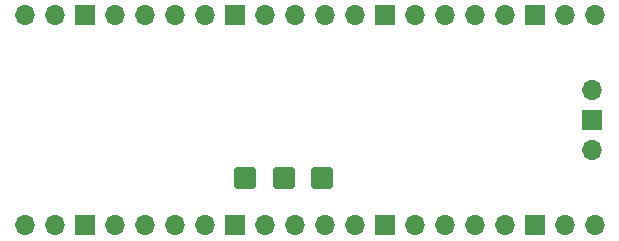
<source format=gbr>
%TF.GenerationSoftware,KiCad,Pcbnew,(6.0.11-0)*%
%TF.CreationDate,2023-02-12T12:48:10-05:00*%
%TF.ProjectId,EyeSPI-PiCowbell,45796553-5049-42d5-9069-436f7762656c,2.0.0*%
%TF.SameCoordinates,Original*%
%TF.FileFunction,Soldermask,Bot*%
%TF.FilePolarity,Negative*%
%FSLAX46Y46*%
G04 Gerber Fmt 4.6, Leading zero omitted, Abs format (unit mm)*
G04 Created by KiCad (PCBNEW (6.0.11-0)) date 2023-02-12 12:48:10*
%MOMM*%
%LPD*%
G01*
G04 APERTURE LIST*
G04 Aperture macros list*
%AMRoundRect*
0 Rectangle with rounded corners*
0 $1 Rounding radius*
0 $2 $3 $4 $5 $6 $7 $8 $9 X,Y pos of 4 corners*
0 Add a 4 corners polygon primitive as box body*
4,1,4,$2,$3,$4,$5,$6,$7,$8,$9,$2,$3,0*
0 Add four circle primitives for the rounded corners*
1,1,$1+$1,$2,$3*
1,1,$1+$1,$4,$5*
1,1,$1+$1,$6,$7*
1,1,$1+$1,$8,$9*
0 Add four rect primitives between the rounded corners*
20,1,$1+$1,$2,$3,$4,$5,0*
20,1,$1+$1,$4,$5,$6,$7,0*
20,1,$1+$1,$6,$7,$8,$9,0*
20,1,$1+$1,$8,$9,$2,$3,0*%
G04 Aperture macros list end*
%ADD10O,1.700000X1.700000*%
%ADD11R,1.700000X1.700000*%
%ADD12RoundRect,0.250000X-0.675000X-0.675000X0.675000X-0.675000X0.675000X0.675000X-0.675000X0.675000X0*%
%ADD13RoundRect,0.250000X0.675000X0.675000X-0.675000X0.675000X-0.675000X-0.675000X0.675000X-0.675000X0*%
G04 APERTURE END LIST*
D10*
%TO.C,U101*%
X125514100Y-80975200D03*
X128054100Y-80975200D03*
D11*
X130594100Y-80975200D03*
D10*
X133134100Y-80975200D03*
X135674100Y-80975200D03*
X138214100Y-80975200D03*
X140754100Y-80975200D03*
D11*
X143294100Y-80975200D03*
D10*
X145834100Y-80975200D03*
X148374100Y-80975200D03*
X150914100Y-80975200D03*
X153454100Y-80975200D03*
D11*
X155994100Y-80975200D03*
D10*
X158534100Y-80975200D03*
X161074100Y-80975200D03*
X163614100Y-80975200D03*
X166154100Y-80975200D03*
D11*
X168694100Y-80975200D03*
D10*
X171234100Y-80975200D03*
X173774100Y-80975200D03*
X173774100Y-63195200D03*
X171234100Y-63195200D03*
D11*
X168694100Y-63195200D03*
D10*
X166154100Y-63195200D03*
X163614100Y-63195200D03*
X161074100Y-63195200D03*
X158534100Y-63195200D03*
D11*
X155994100Y-63195200D03*
D10*
X153454100Y-63195200D03*
X150914100Y-63195200D03*
X148374100Y-63195200D03*
X145834100Y-63195200D03*
D11*
X143294100Y-63195200D03*
D10*
X140754100Y-63195200D03*
X138214100Y-63195200D03*
X135674100Y-63195200D03*
X133134100Y-63195200D03*
D11*
X130594100Y-63195200D03*
D10*
X128054100Y-63195200D03*
X125514100Y-63195200D03*
X173544100Y-74625200D03*
D11*
X173544100Y-72085200D03*
D10*
X173544100Y-69545200D03*
%TD*%
D12*
%TO.C,J109*%
X144192700Y-77014600D03*
%TD*%
%TO.C,J107*%
X147453500Y-77016400D03*
%TD*%
D13*
%TO.C,J108*%
X150704700Y-77014600D03*
%TD*%
M02*

</source>
